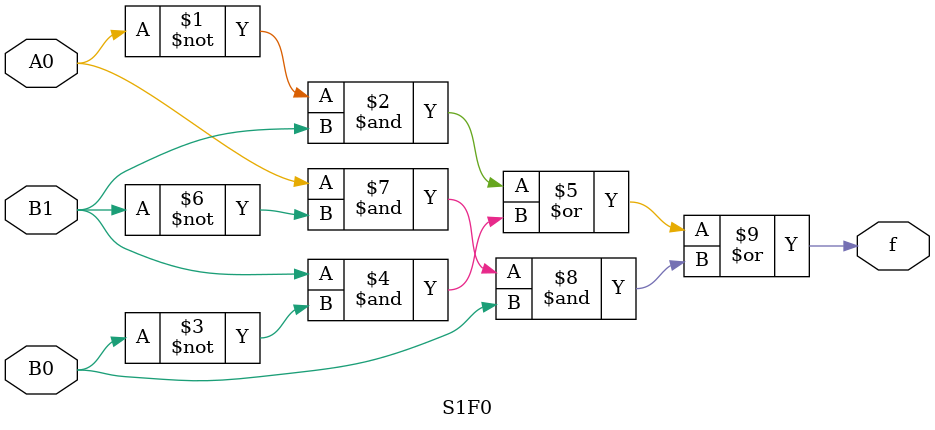
<source format=v>
module S1F0(A0,B0,B1,f);
    input A0,B0,B1;
    output f;
    assign f = (~A0&B1)|(B1&~B0)|(A0&~B1&B0);
endmodule
</source>
